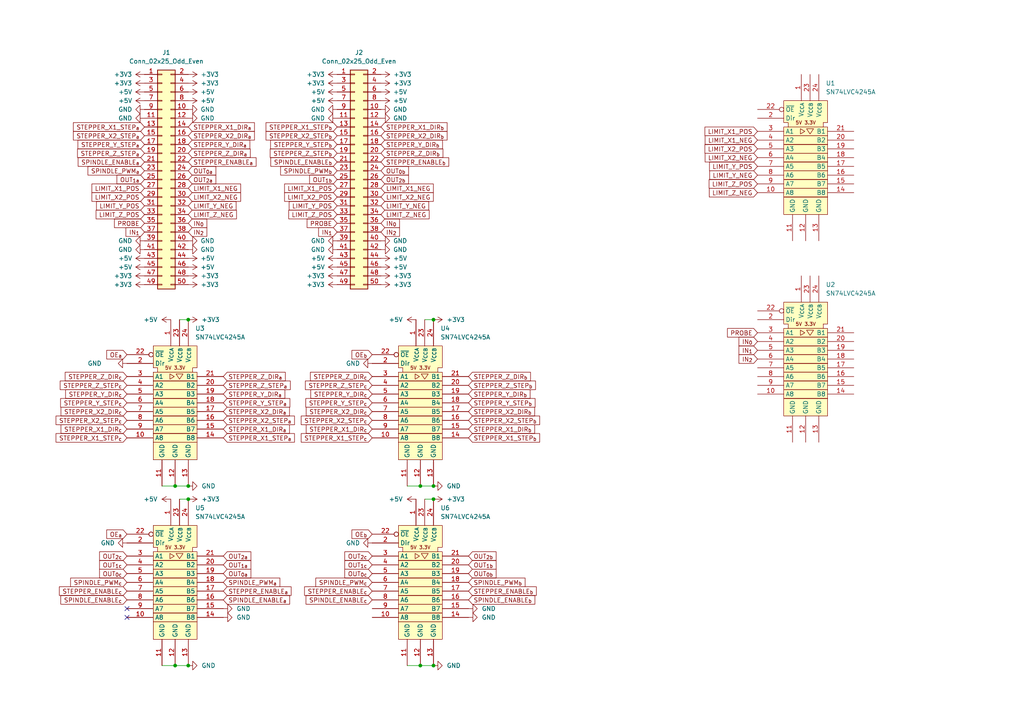
<source format=kicad_sch>
(kicad_sch (version 20211123) (generator eeschema)
  (paper "A4")
  (lib_symbols
    (symbol "Connector_Generic:Conn_02x25_Odd_Even" (pin_names (offset 1.016) hide)
      (property "Reference" "J" (at 1.27 33.02 0))
      (property "Value" "Conn_02x25_Odd_Even" (at 1.27 -33.02 0))
      (symbol "Conn_02x25_Odd_Even_1_1"
        (rectangle (start -1.27 -30.353) (end 0 -30.607) (stroke (width 0.1524)))
        (rectangle (start -1.27 -27.813) (end 0 -28.067) (stroke (width 0.1524)))
        (rectangle (start -1.27 -25.273) (end 0 -25.527) (stroke (width 0.1524)))
        (rectangle (start -1.27 -22.733) (end 0 -22.987) (stroke (width 0.1524)))
        (rectangle (start -1.27 -20.193) (end 0 -20.447) (stroke (width 0.1524)))
        (rectangle (start -1.27 -17.653) (end 0 -17.907) (stroke (width 0.1524)))
        (rectangle (start -1.27 -15.113) (end 0 -15.367) (stroke (width 0.1524)))
        (rectangle (start -1.27 -12.573) (end 0 -12.827) (stroke (width 0.1524)))
        (rectangle (start -1.27 -10.033) (end 0 -10.287) (stroke (width 0.1524)))
        (rectangle (start -1.27 -7.493) (end 0 -7.747) (stroke (width 0.1524)))
        (rectangle (start -1.27 -4.953) (end 0 -5.207) (stroke (width 0.1524)))
        (rectangle (start -1.27 -2.413) (end 0 -2.667) (stroke (width 0.1524)))
        (rectangle (start -1.27 0.127) (end 0 -0.127) (stroke (width 0.1524)))
        (rectangle (start -1.27 2.667) (end 0 2.413) (stroke (width 0.1524)))
        (rectangle (start -1.27 5.207) (end 0 4.953) (stroke (width 0.1524)))
        (rectangle (start -1.27 7.747) (end 0 7.493) (stroke (width 0.1524)))
        (rectangle (start -1.27 10.287) (end 0 10.033) (stroke (width 0.1524)))
        (rectangle (start -1.27 12.827) (end 0 12.573) (stroke (width 0.1524)))
        (rectangle (start -1.27 15.367) (end 0 15.113) (stroke (width 0.1524)))
        (rectangle (start -1.27 17.907) (end 0 17.653) (stroke (width 0.1524)))
        (rectangle (start -1.27 20.447) (end 0 20.193) (stroke (width 0.1524)))
        (rectangle (start -1.27 22.987) (end 0 22.733) (stroke (width 0.1524)))
        (rectangle (start -1.27 25.527) (end 0 25.273) (stroke (width 0.1524)))
        (rectangle (start -1.27 28.067) (end 0 27.813) (stroke (width 0.1524)))
        (rectangle (start -1.27 30.607) (end 0 30.353) (stroke (width 0.1524)))
        (rectangle (start -1.27 31.75) (end 3.81 -31.75) (stroke (width 0.254)) (fill (type background)))
        (rectangle (start 3.81 -30.353) (end 2.54 -30.607) (stroke (width 0.1524)))
        (rectangle (start 3.81 -27.813) (end 2.54 -28.067) (stroke (width 0.1524)))
        (rectangle (start 3.81 -25.273) (end 2.54 -25.527) (stroke (width 0.1524)))
        (rectangle (start 3.81 -22.733) (end 2.54 -22.987) (stroke (width 0.1524)))
        (rectangle (start 3.81 -20.193) (end 2.54 -20.447) (stroke (width 0.1524)))
        (rectangle (start 3.81 -17.653) (end 2.54 -17.907) (stroke (width 0.1524)))
        (rectangle (start 3.81 -15.113) (end 2.54 -15.367) (stroke (width 0.1524)))
        (rectangle (start 3.81 -12.573) (end 2.54 -12.827) (stroke (width 0.1524)))
        (rectangle (start 3.81 -10.033) (end 2.54 -10.287) (stroke (width 0.1524)))
        (rectangle (start 3.81 -7.493) (end 2.54 -7.747) (stroke (width 0.1524)))
        (rectangle (start 3.81 -4.953) (end 2.54 -5.207) (stroke (width 0.1524)))
        (rectangle (start 3.81 -2.413) (end 2.54 -2.667) (stroke (width 0.1524)))
        (rectangle (start 3.81 0.127) (end 2.54 -0.127) (stroke (width 0.1524)))
        (rectangle (start 3.81 2.667) (end 2.54 2.413) (stroke (width 0.1524)))
        (rectangle (start 3.81 5.207) (end 2.54 4.953) (stroke (width 0.1524)))
        (rectangle (start 3.81 7.747) (end 2.54 7.493) (stroke (width 0.1524)))
        (rectangle (start 3.81 10.287) (end 2.54 10.033) (stroke (width 0.1524)))
        (rectangle (start 3.81 12.827) (end 2.54 12.573) (stroke (width 0.1524)))
        (rectangle (start 3.81 15.367) (end 2.54 15.113) (stroke (width 0.1524)))
        (rectangle (start 3.81 17.907) (end 2.54 17.653) (stroke (width 0.1524)))
        (rectangle (start 3.81 20.447) (end 2.54 20.193) (stroke (width 0.1524)))
        (rectangle (start 3.81 22.987) (end 2.54 22.733) (stroke (width 0.1524)))
        (rectangle (start 3.81 25.527) (end 2.54 25.273) (stroke (width 0.1524)))
        (rectangle (start 3.81 28.067) (end 2.54 27.813) (stroke (width 0.1524)))
        (rectangle (start 3.81 30.607) (end 2.54 30.353) (stroke (width 0.1524)))
        (pin passive line (at -5.08 30.48 0) (length 3.81) (name "Pin_1") (number "1"))
        (pin passive line (at 7.62 20.32 180) (length 3.81) (name "Pin_10") (number "10"))
        (pin passive line (at -5.08 17.78 0) (length 3.81) (name "Pin_11") (number "11"))
        (pin passive line (at 7.62 17.78 180) (length 3.81) (name "Pin_12") (number "12"))
        (pin passive line (at -5.08 15.24 0) (length 3.81) (name "Pin_13") (number "13"))
        (pin passive line (at 7.62 15.24 180) (length 3.81) (name "Pin_14") (number "14"))
        (pin passive line (at -5.08 12.7 0) (length 3.81) (name "Pin_15") (number "15"))
        (pin passive line (at 7.62 12.7 180) (length 3.81) (name "Pin_16") (number "16"))
        (pin passive line (at -5.08 10.16 0) (length 3.81) (name "Pin_17") (number "17"))
        (pin passive line (at 7.62 10.16 180) (length 3.81) (name "Pin_18") (number "18"))
        (pin passive line (at -5.08 7.62 0) (length 3.81) (name "Pin_19") (number "19"))
        (pin passive line (at 7.62 30.48 180) (length 3.81) (name "Pin_2") (number "2"))
        (pin passive line (at 7.62 7.62 180) (length 3.81) (name "Pin_20") (number "20"))
        (pin passive line (at -5.08 5.08 0) (length 3.81) (name "Pin_21") (number "21"))
        (pin passive line (at 7.62 5.08 180) (length 3.81) (name "Pin_22") (number "22"))
        (pin passive line (at -5.08 2.54 0) (length 3.81) (name "Pin_23") (number "23"))
        (pin passive line (at 7.62 2.54 180) (length 3.81) (name "Pin_24") (number "24"))
        (pin passive line (at -5.08 0 0) (length 3.81) (name "Pin_25") (number "25"))
        (pin passive line (at 7.62 0 180) (length 3.81) (name "Pin_26") (number "26"))
        (pin passive line (at -5.08 -2.54 0) (length 3.81) (name "Pin_27") (number "27"))
        (pin passive line (at 7.62 -2.54 180) (length 3.81) (name "Pin_28") (number "28"))
        (pin passive line (at -5.08 -5.08 0) (length 3.81) (name "Pin_29") (number "29"))
        (pin passive line (at -5.08 27.94 0) (length 3.81) (name "Pin_3") (number "3"))
        (pin passive line (at 7.62 -5.08 180) (length 3.81) (name "Pin_30") (number "30"))
        (pin passive line (at -5.08 -7.62 0) (length 3.81) (name "Pin_31") (number "31"))
        (pin passive line (at 7.62 -7.62 180) (length 3.81) (name "Pin_32") (number "32"))
        (pin passive line (at -5.08 -10.16 0) (length 3.81) (name "Pin_33") (number "33"))
        (pin passive line (at 7.62 -10.16 180) (length 3.81) (name "Pin_34") (number "34"))
        (pin passive line (at -5.08 -12.7 0) (length 3.81) (name "Pin_35") (number "35"))
        (pin passive line (at 7.62 -12.7 180) (length 3.81) (name "Pin_36") (number "36"))
        (pin passive line (at -5.08 -15.24 0) (length 3.81) (name "Pin_37") (number "37"))
        (pin passive line (at 7.62 -15.24 180) (length 3.81) (name "Pin_38") (number "38"))
        (pin passive line (at -5.08 -17.78 0) (length 3.81) (name "Pin_39") (number "39"))
        (pin passive line (at 7.62 27.94 180) (length 3.81) (name "Pin_4") (number "4"))
        (pin passive line (at 7.62 -17.78 180) (length 3.81) (name "Pin_40") (number "40"))
        (pin passive line (at -5.08 -20.32 0) (length 3.81) (name "Pin_41") (number "41"))
        (pin passive line (at 7.62 -20.32 180) (length 3.81) (name "Pin_42") (number "42"))
        (pin passive line (at -5.08 -22.86 0) (length 3.81) (name "Pin_43") (number "43"))
        (pin passive line (at 7.62 -22.86 180) (length 3.81) (name "Pin_44") (number "44"))
        (pin passive line (at -5.08 -25.4 0) (length 3.81) (name "Pin_45") (number "45"))
        (pin passive line (at 7.62 -25.4 180) (length 3.81) (name "Pin_46") (number "46"))
        (pin passive line (at -5.08 -27.94 0) (length 3.81) (name "Pin_47") (number "47"))
        (pin passive line (at 7.62 -27.94 180) (length 3.81) (name "Pin_48") (number "48"))
        (pin passive line (at -5.08 -30.48 0) (length 3.81) (name "Pin_49") (number "49"))
        (pin passive line (at -5.08 25.4 0) (length 3.81) (name "Pin_5") (number "5"))
        (pin passive line (at 7.62 -30.48 180) (length 3.81) (name "Pin_50") (number "50"))
        (pin passive line (at 7.62 25.4 180) (length 3.81) (name "Pin_6") (number "6"))
        (pin passive line (at -5.08 22.86 0) (length 3.81) (name "Pin_7") (number "7"))
        (pin passive line (at 7.62 22.86 180) (length 3.81) (name "Pin_8") (number "8"))
        (pin passive line (at -5.08 20.32 0) (length 3.81) (name "Pin_9") (number "9"))
      )
    )
    (symbol "JLC:SN74LVC4245A"
      (property "Reference" "U?" (at 13.97 13.97 0))
      (property "Value" "SN74LVC4245A" (at 13.97 11.43 0))
      (symbol "SN74LVC4245A_0_0"
        (polyline (pts (xy -1.524 7.112) (xy -1.524 5.588) (xy -0.254 6.35) (xy -1.524 7.112) (xy -1.524 7.112)))
        (polyline (pts (xy 0.762 7.112) (xy 2.286 7.112) (xy 1.27 5.588) (xy 0.254 7.112) (xy 0.762 7.112) (xy 0.762 7.112)))
        (text "5V 3.3V" (at 0 8.89 0) (effects (font (size 1 1))))
      )
      (symbol "SN74LVC4245A_0_1"
        (rectangle (start -6.35 -12.7) (end 6.35 -17.78) (fill (type background)))
        (rectangle (start -6.35 -10.16) (end 6.35 -12.7) (fill (type background)))
        (rectangle (start -6.35 -7.62) (end 6.35 -10.16) (fill (type background)))
        (rectangle (start -6.35 -5.08) (end 6.35 -7.62) (fill (type background)))
        (rectangle (start -6.35 -2.54) (end 6.35 -5.08) (fill (type background)))
        (rectangle (start -6.35 0) (end 6.35 -2.54) (fill (type background)))
        (rectangle (start -6.35 2.54) (end 6.35 0) (fill (type background)))
        (rectangle (start -6.35 5.08) (end 6.35 2.54) (fill (type background)))
        (rectangle (start -6.35 7.62) (end 6.35 5.08) (fill (type background)))
        (polyline (pts (xy -5.08 7.62) (xy -5.08 8.89) (xy -6.35 8.89) (xy -6.35 15.24) (xy 6.35 15.24) (xy 6.35 8.89) (xy 5.08 8.89) (xy 5.08 7.62) (xy 5.08 7.62)) (fill (type background)))
      )
      (symbol "SN74LVC4245A_1_0"
        (pin power_in line (at -1.27 22.86 270) (length 7.62) (name "V_{CCA}") (number "1"))
        (pin bidirectional line (at -13.97 -11.43 0) (length 7.62) (name "A8") (number "10"))
        (pin power_out line (at -3.81 -25.4 90) (length 7.62) (name "GND") (number "11"))
        (pin power_out line (at 0 -25.4 90) (length 7.62) (name "GND") (number "12"))
        (pin power_out line (at 3.81 -25.4 90) (length 7.62) (name "GND") (number "13"))
        (pin bidirectional line (at 13.97 -11.43 180) (length 7.62) (name "B8") (number "14"))
        (pin bidirectional line (at 13.97 -8.89 180) (length 7.62) (name "B7") (number "15"))
        (pin bidirectional line (at 13.97 -6.35 180) (length 7.62) (name "B6") (number "16"))
        (pin bidirectional line (at 13.97 -3.81 180) (length 7.62) (name "B5") (number "17"))
        (pin bidirectional line (at 13.97 -1.27 180) (length 7.62) (name "B4") (number "18"))
        (pin bidirectional line (at 13.97 1.27 180) (length 7.62) (name "B3") (number "19"))
        (pin input line (at -13.97 10.16 0) (length 7.62) (name "Dir") (number "2"))
        (pin bidirectional line (at 13.97 3.81 180) (length 7.62) (name "B2") (number "20"))
        (pin bidirectional line (at 13.97 6.35 180) (length 7.62) (name "B1") (number "21"))
        (pin input inverted (at -13.97 12.7 0) (length 7.62) (name "~{OE}") (number "22"))
        (pin power_in line (at 1.27 22.86 270) (length 7.62) (name "V_{CCB}") (number "23"))
        (pin power_in line (at 3.81 22.86 270) (length 7.62) (name "V_{CCB}") (number "24"))
        (pin bidirectional line (at -13.97 6.35 0) (length 7.62) (name "A1") (number "3"))
        (pin bidirectional line (at -13.97 3.81 0) (length 7.62) (name "A2") (number "4"))
        (pin bidirectional line (at -13.97 1.27 0) (length 7.62) (name "A3") (number "5"))
        (pin bidirectional line (at -13.97 -1.27 0) (length 7.62) (name "A4") (number "6"))
        (pin bidirectional line (at -13.97 -3.81 0) (length 7.62) (name "A5") (number "7"))
        (pin bidirectional line (at -13.97 -6.35 0) (length 7.62) (name "A6") (number "8"))
        (pin bidirectional line (at -13.97 -8.89 0) (length 7.62) (name "A7") (number "9"))
      )
    )
    (symbol "power:+3V3" (power) (pin_names (offset 0))
      (property "Value" "+3V3" (at 0 3.556 0))
      (symbol "+3V3_0_1"
        (polyline (pts (xy -0.762 1.27) (xy 0 2.54)))
        (polyline (pts (xy 0 0) (xy 0 2.54)))
        (polyline (pts (xy 0 2.54) (xy 0.762 1.27)))
      )
      (symbol "+3V3_1_1"
        (pin power_in line (at 0 0 90) (length 0) hide (name "+3V3") (number "1"))
      )
    )
    (symbol "power:+5V" (power) (pin_names (offset 0))
      (property "Value" "+5V" (at 0 3.556 0))
      (symbol "+5V_0_1"
        (polyline (pts (xy -0.762 1.27) (xy 0 2.54)))
        (polyline (pts (xy 0 0) (xy 0 2.54)))
        (polyline (pts (xy 0 2.54) (xy 0.762 1.27)))
      )
      (symbol "+5V_1_1"
        (pin power_in line (at 0 0 90) (length 0) hide (name "+5V") (number "1"))
      )
    )
    (symbol "power:GND" (power) (pin_names (offset 0))
      (property "Value" "GND" (at 0 -3.81 0))
      (symbol "GND_0_1"
        (polyline (pts (xy 0 0) (xy 0 -1.27) (xy 1.27 -1.27) (xy 0 -2.54) (xy -1.27 -1.27) (xy 0 -1.27)))
      )
      (symbol "GND_1_1"
        (pin power_in line (at 0 0 270) (length 0) hide (name "GND") (number "1"))
      )
    )
  )
  (junction (at 121.92 193.04))
  (junction (at 125.73 140.97))
  (junction (at 125.73 144.78))
  (junction (at 125.73 92.71))
  (junction (at 54.61 92.71))
  (junction (at 54.61 140.97))
  (junction (at 54.61 144.78))
  (junction (at 50.8 193.04))
  (junction (at 125.73 193.04))
  (junction (at 121.92 140.97))
  (junction (at 54.61 193.04))
  (junction (at 50.8 140.97))
  (no_connect (at 36.83 176.53))
  (no_connect (at 36.83 179.07))
  (wire (pts (xy 50.8 193.04) (xy 54.61 193.04)))
  (wire (pts (xy 46.99 140.97) (xy 50.8 140.97)))
  (wire (pts (xy 121.92 140.97) (xy 125.73 140.97)))
  (wire (pts (xy 118.11 140.97) (xy 121.92 140.97)))
  (wire (pts (xy 121.92 193.04) (xy 118.11 193.04)))
  (wire (pts (xy 121.92 193.04) (xy 125.73 193.04)))
  (wire (pts (xy 50.8 193.04) (xy 46.99 193.04)))
  (wire (pts (xy 52.07 92.71) (xy 54.61 92.71)))
  (wire (pts (xy 52.07 144.78) (xy 54.61 144.78)))
  (wire (pts (xy 123.19 92.71) (xy 125.73 92.71)))
  (wire (pts (xy 50.8 140.97) (xy 54.61 140.97)))
  (wire (pts (xy 123.19 144.78) (xy 125.73 144.78)))
  (global_label "LIMIT_Z_POS" (shape input) (at 219.71 53.34 180) (property "Intersheet References" "${INTERSHEET_REFS}" (effects hide)))
  (global_label "OUT_{2}_{b}" (shape input) (at 110.49 52.07 0) (property "Intersheet References" "${INTERSHEET_REFS}" (effects hide)))
  (global_label "IN_{1}" (shape input) (at 41.91 67.31 180) (property "Intersheet References" "${INTERSHEET_REFS}" (effects hide)))
  (global_label "LIMIT_X2_NEG" (shape input) (at 219.71 45.72 180) (property "Intersheet References" "${INTERSHEET_REFS}" (effects hide)))
  (global_label "STEPPER_Z_STEP_{b}" (shape input) (at 97.79 44.45 180) (property "Intersheet References" "${INTERSHEET_REFS}" (effects hide)))
  (global_label "OUT_{0}_{c}" (shape input) (at 36.83 166.37 180) (property "Intersheet References" "${INTERSHEET_REFS}" (effects hide)))
  (global_label "OUT_{2}_{a}" (shape input) (at 54.61 52.07 0) (property "Intersheet References" "${INTERSHEET_REFS}" (effects hide)))
  (global_label "STEPPER_Y_DIR_{a}" (shape input) (at 64.77 114.3 0) (property "Intersheet References" "${INTERSHEET_REFS}" (effects hide)))
  (global_label "SPINDLE_PWM_{a}" (shape input) (at 41.91 49.53 180) (property "Intersheet References" "${INTERSHEET_REFS}" (effects hide)))
  (global_label "OUT_{1}_{a}" (shape input) (at 41.91 52.07 180) (property "Intersheet References" "${INTERSHEET_REFS}" (effects hide)))
  (global_label "LIMIT_X2_POS" (shape input) (at 97.79 57.15 180) (property "Intersheet References" "${INTERSHEET_REFS}" (effects hide)))
  (global_label "STEPPER_Y_STEP_{b}" (shape input) (at 97.79 41.91 180) (property "Intersheet References" "${INTERSHEET_REFS}" (effects hide)))
  (global_label "STEPPER_X1_STEP_{c}" (shape input) (at 36.83 127 180) (property "Intersheet References" "${INTERSHEET_REFS}" (effects hide)))
  (global_label "STEPPER_X2_DIR_{a}" (shape input) (at 54.61 39.37 0) (property "Intersheet References" "${INTERSHEET_REFS}" (effects hide)))
  (global_label "OUT_{1}_{b}" (shape input) (at 135.89 163.83 0) (property "Intersheet References" "${INTERSHEET_REFS}" (effects hide)))
  (global_label "LIMIT_X1_POS" (shape input) (at 219.71 38.1 180) (property "Intersheet References" "${INTERSHEET_REFS}" (effects hide)))
  (global_label "STEPPER_X1_DIR_{b}" (shape input) (at 135.89 124.46 0) (property "Intersheet References" "${INTERSHEET_REFS}" (effects hide)))
  (global_label "LIMIT_X2_NEG" (shape input) (at 110.49 57.15 0) (property "Intersheet References" "${INTERSHEET_REFS}" (effects hide)))
  (global_label "LIMIT_Y_POS" (shape input) (at 219.71 48.26 180) (property "Intersheet References" "${INTERSHEET_REFS}" (effects hide)))
  (global_label "LIMIT_Y_NEG" (shape input) (at 219.71 50.8 180) (property "Intersheet References" "${INTERSHEET_REFS}" (effects hide)))
  (global_label "STEPPER_Y_DIR_{b}" (shape input) (at 110.49 41.91 0) (property "Intersheet References" "${INTERSHEET_REFS}" (effects hide)))
  (global_label "LIMIT_Y_POS" (shape input) (at 41.91 59.69 180) (property "Intersheet References" "${INTERSHEET_REFS}" (effects hide)))
  (global_label "OUT_{1}_{c}" (shape input) (at 36.83 163.83 180) (property "Intersheet References" "${INTERSHEET_REFS}" (effects hide)))
  (global_label "PROBE" (shape input) (at 41.91 64.77 180) (property "Intersheet References" "${INTERSHEET_REFS}" (effects hide)))
  (global_label "LIMIT_X1_NEG" (shape input) (at 110.49 54.61 0) (property "Intersheet References" "${INTERSHEET_REFS}" (effects hide)))
  (global_label "STEPPER_X1_STEP_{a}" (shape input) (at 64.77 127 0) (property "Intersheet References" "${INTERSHEET_REFS}" (effects hide)))
  (global_label "SPINDLE_PWM_{b}" (shape input) (at 135.89 168.91 0) (property "Intersheet References" "${INTERSHEET_REFS}" (effects hide)))
  (global_label "STEPPER_Y_STEP_{a}" (shape input) (at 64.77 116.84 0) (property "Intersheet References" "${INTERSHEET_REFS}" (effects hide)))
  (global_label "OE_{b}" (shape input) (at 107.95 102.87 180) (property "Intersheet References" "${INTERSHEET_REFS}" (effects hide)))
  (global_label "STEPPER_X1_STEP_{c}" (shape input) (at 107.95 127 180) (property "Intersheet References" "${INTERSHEET_REFS}" (effects hide)))
  (global_label "LIMIT_Y_POS" (shape input) (at 97.79 59.69 180) (property "Intersheet References" "${INTERSHEET_REFS}" (effects hide)))
  (global_label "OE_{b}" (shape input) (at 107.95 154.94 180) (property "Intersheet References" "${INTERSHEET_REFS}" (effects hide)))
  (global_label "STEPPER_Z_STEP_{b}" (shape input) (at 135.89 111.76 0) (property "Intersheet References" "${INTERSHEET_REFS}" (effects hide)))
  (global_label "STEPPER_ENABLE_{b}" (shape input) (at 135.89 171.45 0) (property "Intersheet References" "${INTERSHEET_REFS}" (effects hide)))
  (global_label "STEPPER_X2_STEP_{b}" (shape input) (at 97.79 39.37 180) (property "Intersheet References" "${INTERSHEET_REFS}" (effects hide)))
  (global_label "STEPPER_X1_DIR_{a}" (shape input) (at 54.61 36.83 0) (property "Intersheet References" "${INTERSHEET_REFS}" (effects hide)))
  (global_label "SPINDLE_PWM_{c}" (shape input) (at 107.95 168.91 180) (property "Intersheet References" "${INTERSHEET_REFS}" (effects hide)))
  (global_label "STEPPER_Z_DIR_{c}" (shape input) (at 107.95 109.22 180) (property "Intersheet References" "${INTERSHEET_REFS}" (effects hide)))
  (global_label "OUT_{0}_{b}" (shape input) (at 110.49 49.53 0) (property "Intersheet References" "${INTERSHEET_REFS}" (effects hide)))
  (global_label "STEPPER_X2_STEP_{c}" (shape input) (at 107.95 121.92 180) (property "Intersheet References" "${INTERSHEET_REFS}" (effects hide)))
  (global_label "IN_{0}" (shape input) (at 110.49 64.77 0) (property "Intersheet References" "${INTERSHEET_REFS}" (effects hide)))
  (global_label "STEPPER_X2_DIR_{c}" (shape input) (at 107.95 119.38 180) (property "Intersheet References" "${INTERSHEET_REFS}" (effects hide)))
  (global_label "STEPPER_Z_DIR_{a}" (shape input) (at 64.77 109.22 0) (property "Intersheet References" "${INTERSHEET_REFS}" (effects hide)))
  (global_label "STEPPER_Y_STEP_{c}" (shape input) (at 107.95 116.84 180) (property "Intersheet References" "${INTERSHEET_REFS}" (effects hide)))
  (global_label "IN_{1}" (shape input) (at 219.71 101.6 180) (property "Intersheet References" "${INTERSHEET_REFS}" (effects hide)))
  (global_label "LIMIT_X2_POS" (shape input) (at 219.71 43.18 180) (property "Intersheet References" "${INTERSHEET_REFS}" (effects hide)))
  (global_label "STEPPER_Y_STEP_{b}" (shape input) (at 135.89 116.84 0) (property "Intersheet References" "${INTERSHEET_REFS}" (effects hide)))
  (global_label "STEPPER_X2_DIR_{b}" (shape input) (at 135.89 119.38 0) (property "Intersheet References" "${INTERSHEET_REFS}" (effects hide)))
  (global_label "STEPPER_X2_DIR_{c}" (shape input) (at 36.83 119.38 180) (property "Intersheet References" "${INTERSHEET_REFS}" (effects hide)))
  (global_label "LIMIT_Y_NEG" (shape input) (at 110.49 59.69 0) (property "Intersheet References" "${INTERSHEET_REFS}" (effects hide)))
  (global_label "STEPPER_ENABLE_{c}" (shape input) (at 107.95 171.45 180) (property "Intersheet References" "${INTERSHEET_REFS}" (effects hide)))
  (global_label "STEPPER_Y_STEP_{a}" (shape input) (at 41.91 41.91 180) (property "Intersheet References" "${INTERSHEET_REFS}" (effects hide)))
  (global_label "OUT_{1}_{c}" (shape input) (at 107.95 163.83 180) (property "Intersheet References" "${INTERSHEET_REFS}" (effects hide)))
  (global_label "IN_{0}" (shape input) (at 219.71 99.06 180) (property "Intersheet References" "${INTERSHEET_REFS}" (effects hide)))
  (global_label "STEPPER_Z_DIR_{a}" (shape input) (at 54.61 44.45 0) (property "Intersheet References" "${INTERSHEET_REFS}" (effects hide)))
  (global_label "IN_{2}" (shape input) (at 110.49 67.31 0) (property "Intersheet References" "${INTERSHEET_REFS}" (effects hide)))
  (global_label "OE_{a}" (shape input) (at 36.83 102.87 180) (property "Intersheet References" "${INTERSHEET_REFS}" (effects hide)))
  (global_label "OUT_{2}_{a}" (shape input) (at 64.77 161.29 0) (property "Intersheet References" "${INTERSHEET_REFS}" (effects hide)))
  (global_label "IN_{1}" (shape input) (at 97.79 67.31 180) (property "Intersheet References" "${INTERSHEET_REFS}" (effects hide)))
  (global_label "STEPPER_X2_DIR_{a}" (shape input) (at 64.77 119.38 0) (property "Intersheet References" "${INTERSHEET_REFS}" (effects hide)))
  (global_label "STEPPER_X1_DIR_{c}" (shape input) (at 36.83 124.46 180) (property "Intersheet References" "${INTERSHEET_REFS}" (effects hide)))
  (global_label "PROBE" (shape input) (at 219.71 96.52 180) (property "Intersheet References" "${INTERSHEET_REFS}" (effects hide)))
  (global_label "OUT_{0}_{c}" (shape input) (at 107.95 166.37 180) (property "Intersheet References" "${INTERSHEET_REFS}" (effects hide)))
  (global_label "OUT_{0}_{a}" (shape input) (at 64.77 166.37 0) (property "Intersheet References" "${INTERSHEET_REFS}" (effects hide)))
  (global_label "STEPPER_Z_STEP_{a}" (shape input) (at 41.91 44.45 180) (property "Intersheet References" "${INTERSHEET_REFS}" (effects hide)))
  (global_label "STEPPER_X1_DIR_{a}" (shape input) (at 64.77 124.46 0) (property "Intersheet References" "${INTERSHEET_REFS}" (effects hide)))
  (global_label "STEPPER_Z_STEP_{c}" (shape input) (at 107.95 111.76 180) (property "Intersheet References" "${INTERSHEET_REFS}" (effects hide)))
  (global_label "IN_{0}" (shape input) (at 54.61 64.77 0) (property "Intersheet References" "${INTERSHEET_REFS}" (effects hide)))
  (global_label "LIMIT_X2_NEG" (shape input) (at 54.61 57.15 0) (property "Intersheet References" "${INTERSHEET_REFS}" (effects hide)))
  (global_label "LIMIT_X1_POS" (shape input) (at 97.79 54.61 180) (property "Intersheet References" "${INTERSHEET_REFS}" (effects hide)))
  (global_label "STEPPER_ENABLE_{a}" (shape input) (at 64.77 171.45 0) (property "Intersheet References" "${INTERSHEET_REFS}" (effects hide)))
  (global_label "STEPPER_X1_STEP_{b}" (shape input) (at 97.79 36.83 180) (property "Intersheet References" "${INTERSHEET_REFS}" (effects hide)))
  (global_label "STEPPER_X1_STEP_{a}" (shape input) (at 41.91 36.83 180) (property "Intersheet References" "${INTERSHEET_REFS}" (effects hide)))
  (global_label "LIMIT_Z_POS" (shape input) (at 41.91 62.23 180) (property "Intersheet References" "${INTERSHEET_REFS}" (effects hide)))
  (global_label "SPINDLE_PWM_{a}" (shape input) (at 64.77 168.91 0) (property "Intersheet References" "${INTERSHEET_REFS}" (effects hide)))
  (global_label "STEPPER_Y_DIR_{c}" (shape input) (at 107.95 114.3 180) (property "Intersheet References" "${INTERSHEET_REFS}" (effects hide)))
  (global_label "STEPPER_Y_DIR_{c}" (shape input) (at 36.83 114.3 180) (property "Intersheet References" "${INTERSHEET_REFS}" (effects hide)))
  (global_label "STEPPER_Y_DIR_{b}" (shape input) (at 135.89 114.3 0) (property "Intersheet References" "${INTERSHEET_REFS}" (effects hide)))
  (global_label "OUT_{2}_{c}" (shape input) (at 107.95 161.29 180) (property "Intersheet References" "${INTERSHEET_REFS}" (effects hide)))
  (global_label "STEPPER_Z_DIR_{b}" (shape input) (at 135.89 109.22 0) (property "Intersheet References" "${INTERSHEET_REFS}" (effects hide)))
  (global_label "OE_{a}" (shape input) (at 36.83 154.94 180) (property "Intersheet References" "${INTERSHEET_REFS}" (effects hide)))
  (global_label "STEPPER_ENABLE_{a}" (shape input) (at 54.61 46.99 0) (property "Intersheet References" "${INTERSHEET_REFS}" (effects hide)))
  (global_label "STEPPER_Z_DIR_{b}" (shape input) (at 110.49 44.45 0) (property "Intersheet References" "${INTERSHEET_REFS}" (effects hide)))
  (global_label "LIMIT_X1_POS" (shape input) (at 41.91 54.61 180) (property "Intersheet References" "${INTERSHEET_REFS}" (effects hide)))
  (global_label "OUT_{0}_{b}" (shape input) (at 135.89 166.37 0) (property "Intersheet References" "${INTERSHEET_REFS}" (effects hide)))
  (global_label "SPINDLE_PWM_{c}" (shape input) (at 36.83 168.91 180) (property "Intersheet References" "${INTERSHEET_REFS}" (effects hide)))
  (global_label "LIMIT_Y_NEG" (shape input) (at 54.61 59.69 0) (property "Intersheet References" "${INTERSHEET_REFS}" (effects hide)))
  (global_label "SPINDLE_ENABLE_{a}" (shape input) (at 41.91 46.99 180) (property "Intersheet References" "${INTERSHEET_REFS}" (effects hide)))
  (global_label "PROBE" (shape input) (at 97.79 64.77 180) (property "Intersheet References" "${INTERSHEET_REFS}" (effects hide)))
  (global_label "OUT_{2}_{c}" (shape input) (at 36.83 161.29 180) (property "Intersheet References" "${INTERSHEET_REFS}" (effects hide)))
  (global_label "STEPPER_X2_STEP_{b}" (shape input) (at 135.89 121.92 0) (property "Intersheet References" "${INTERSHEET_REFS}" (effects hide)))
  (global_label "STEPPER_X1_DIR_{b}" (shape input) (at 110.49 36.83 0) (property "Intersheet References" "${INTERSHEET_REFS}" (effects hide)))
  (global_label "STEPPER_X2_STEP_{a}" (shape input) (at 41.91 39.37 180) (property "Intersheet References" "${INTERSHEET_REFS}" (effects hide)))
  (global_label "SPINDLE_PWM_{b}" (shape input) (at 97.79 49.53 180) (property "Intersheet References" "${INTERSHEET_REFS}" (effects hide)))
  (global_label "STEPPER_Y_DIR_{a}" (shape input) (at 54.61 41.91 0) (property "Intersheet References" "${INTERSHEET_REFS}" (effects hide)))
  (global_label "STEPPER_Z_STEP_{a}" (shape input) (at 64.77 111.76 0) (property "Intersheet References" "${INTERSHEET_REFS}" (effects hide)))
  (global_label "LIMIT_Z_NEG" (shape input) (at 110.49 62.23 0) (property "Intersheet References" "${INTERSHEET_REFS}" (effects hide)))
  (global_label "LIMIT_X2_POS" (shape input) (at 41.91 57.15 180) (property "Intersheet References" "${INTERSHEET_REFS}" (effects hide)))
  (global_label "STEPPER_X1_DIR_{c}" (shape input) (at 107.95 124.46 180) (property "Intersheet References" "${INTERSHEET_REFS}" (effects hide)))
  (global_label "STEPPER_X2_STEP_{a}" (shape input) (at 64.77 121.92 0) (property "Intersheet References" "${INTERSHEET_REFS}" (effects hide)))
  (global_label "SPINDLE_ENABLE_{c}" (shape input) (at 107.95 173.99 180) (property "Intersheet References" "${INTERSHEET_REFS}" (effects hide)))
  (global_label "SPINDLE_ENABLE_{a}" (shape input) (at 64.77 173.99 0) (property "Intersheet References" "${INTERSHEET_REFS}" (effects hide)))
  (global_label "IN_{2}" (shape input) (at 219.71 104.14 180) (property "Intersheet References" "${INTERSHEET_REFS}" (effects hide)))
  (global_label "OUT_{2}_{b}" (shape input) (at 135.89 161.29 0) (property "Intersheet References" "${INTERSHEET_REFS}" (effects hide)))
  (global_label "STEPPER_Z_STEP_{c}" (shape input) (at 36.83 111.76 180) (property "Intersheet References" "${INTERSHEET_REFS}" (effects hide)))
  (global_label "LIMIT_X1_NEG" (shape input) (at 54.61 54.61 0) (property "Intersheet References" "${INTERSHEET_REFS}" (effects hide)))
  (global_label "STEPPER_Y_STEP_{c}" (shape input) (at 36.83 116.84 180) (property "Intersheet References" "${INTERSHEET_REFS}" (effects hide)))
  (global_label "STEPPER_ENABLE_{b}" (shape input) (at 110.49 46.99 0) (property "Intersheet References" "${INTERSHEET_REFS}" (effects hide)))
  (global_label "SPINDLE_ENABLE_{c}" (shape input) (at 36.83 173.99 180) (property "Intersheet References" "${INTERSHEET_REFS}" (effects hide)))
  (global_label "STEPPER_X2_DIR_{b}" (shape input) (at 110.49 39.37 0) (property "Intersheet References" "${INTERSHEET_REFS}" (effects hide)))
  (global_label "SPINDLE_ENABLE_{b}" (shape input) (at 135.89 173.99 0) (property "Intersheet References" "${INTERSHEET_REFS}" (effects hide)))
  (global_label "STEPPER_ENABLE_{c}" (shape input) (at 36.83 171.45 180) (property "Intersheet References" "${INTERSHEET_REFS}" (effects hide)))
  (global_label "OUT_{1}_{b}" (shape input) (at 97.79 52.07 180) (property "Intersheet References" "${INTERSHEET_REFS}" (effects hide)))
  (global_label "LIMIT_Z_NEG" (shape input) (at 219.71 55.88 180) (property "Intersheet References" "${INTERSHEET_REFS}" (effects hide)))
  (global_label "STEPPER_X2_STEP_{c}" (shape input) (at 36.83 121.92 180) (property "Intersheet References" "${INTERSHEET_REFS}" (effects hide)))
  (global_label "LIMIT_Z_POS" (shape input) (at 97.79 62.23 180) (property "Intersheet References" "${INTERSHEET_REFS}" (effects hide)))
  (global_label "OUT_{1}_{a}" (shape input) (at 64.77 163.83 0) (property "Intersheet References" "${INTERSHEET_REFS}" (effects hide)))
  (global_label "OUT_{0}_{a}" (shape input) (at 54.61 49.53 0) (property "Intersheet References" "${INTERSHEET_REFS}" (effects hide)))
  (global_label "LIMIT_Z_NEG" (shape input) (at 54.61 62.23 0) (property "Intersheet References" "${INTERSHEET_REFS}" (effects hide)))
  (global_label "STEPPER_Z_DIR_{c}" (shape input) (at 36.83 109.22 180) (property "Intersheet References" "${INTERSHEET_REFS}" (effects hide)))
  (global_label "STEPPER_X1_STEP_{b}" (shape input) (at 135.89 127 0) (property "Intersheet References" "${INTERSHEET_REFS}" (effects hide)))
  (global_label "IN_{2}" (shape input) (at 54.61 67.31 0) (property "Intersheet References" "${INTERSHEET_REFS}" (effects hide)))
  (global_label "LIMIT_X1_NEG" (shape input) (at 219.71 40.64 180) (property "Intersheet References" "${INTERSHEET_REFS}" (effects hide)))
  (global_label "SPINDLE_ENABLE_{b}" (shape input) (at 97.79 46.99 180) (property "Intersheet References" "${INTERSHEET_REFS}" (effects hide)))
  (symbol (lib_id "power:+3V3") (at 125.73 144.78 270) (unit 1)
    (property "Reference" "#PWR060" (effects hide))
    (property "Value" "+3V3" (at 129.54 144.7799 90) (effects (justify left)))
  )
  (symbol (lib_id "power:+5V") (at 49.53 144.78 90) (unit 1)
    (property "Reference" "#PWR057" (effects hide))
    (property "Value" "+5V" (at 45.72 144.7799 90) (effects (justify left)))
  )
  (symbol (lib_id "power:GND") (at 64.77 176.53 90) (unit 1)
    (property "Reference" "#PWR0103" (effects hide))
    (property "Value" "GND" (at 68.58 176.5299 90) (effects (justify right)))
  )
  (symbol (lib_id "power:GND") (at 135.89 176.53 90) (unit 1)
    (property "Reference" "#PWR0101" (effects hide))
    (property "Value" "GND" (at 139.7 176.5299 90) (effects (justify right)))
  )
  (symbol (lib_id "power:+5V") (at 110.49 29.21 270) (unit 1)
    (property "Reference" "#PWR016" (effects hide))
    (property "Value" "+5V" (at 118.11 29.21 90) (effects (justify right)))
  )
  (symbol (lib_id "power:GND") (at 135.89 179.07 90) (unit 1)
    (property "Reference" "#PWR0102" (effects hide))
    (property "Value" "GND" (at 139.7 179.0699 90) (effects (justify right)))
  )
  (symbol (lib_id "power:+3V3") (at 110.49 24.13 270) (unit 1)
    (property "Reference" "#PWR08" (effects hide))
    (property "Value" "+3V3" (at 119.38 24.13 90) (effects (justify right)))
  )
  (symbol (lib_id "power:GND") (at 110.49 72.39 90) (unit 1)
    (property "Reference" "#PWR032" (effects hide))
    (property "Value" "GND" (at 118.11 72.39 90) (effects (justify left)))
  )
  (symbol (lib_id "power:+3V3") (at 41.91 80.01 90) (unit 1)
    (property "Reference" "#PWR041" (effects hide))
    (property "Value" "+3V3" (at 33.02 80.01 90) (effects (justify right)))
  )
  (symbol (lib_id "power:GND") (at 110.49 34.29 90) (unit 1)
    (property "Reference" "#PWR024" (effects hide))
    (property "Value" "GND" (at 118.11 34.29 90) (effects (justify left)))
  )
  (symbol (lib_id "power:+3V3") (at 41.91 21.59 90) (unit 1)
    (property "Reference" "#PWR01" (effects hide))
    (property "Value" "+3V3" (at 33.02 21.59 90) (effects (justify right)))
  )
  (symbol (lib_id "JLC:SN74LVC4245A") (at 50.8 115.57 0) (unit 1)
    (property "Reference" "U3" (at 56.6294 95.25 0) (effects (justify left)))
    (property "Value" "SN74LVC4245A" (at 56.6294 97.79 0) (effects (justify left)))
    (property "Footprint" "Package_SO:TSSOP-24_4.4x7.8mm_P0.65mm" (effects hide))
    (property "Datasheet" "https://datasheet.lcsc.com/lcsc/1809192324_Texas-Instruments-SN74LVC4245APWR_C7859.pdf" (effects hide))
  )
  (symbol (lib_id "power:GND") (at 36.83 105.41 270) (unit 1)
    (property "Reference" "#PWR053" (effects hide))
    (property "Value" "GND" (at 25.4 105.41 90) (effects (justify left)))
  )
  (symbol (lib_id "power:GND") (at 41.91 34.29 270) (unit 1)
    (property "Reference" "#PWR021" (effects hide))
    (property "Value" "GND" (at 34.29 34.29 90) (effects (justify left)))
  )
  (symbol (lib_id "Connector_Generic:Conn_02x25_Odd_Even") (at 46.99 52.07 0) (unit 1)
    (property "Reference" "J1" (at 48.26 15.24 0))
    (property "Value" "Conn_02x25_Odd_Even" (at 48.26 17.78 0))
    (property "Footprint" "Connector_PinSocket_2.54mm:PinSocket_2x25_P2.54mm_Vertical" (effects hide))
  )
  (symbol (lib_id "power:GND") (at 97.79 34.29 270) (unit 1)
    (property "Reference" "#PWR023" (effects hide))
    (property "Value" "GND" (at 90.17 34.29 90) (effects (justify left)))
  )
  (symbol (lib_id "JLC:SN74LVC4245A") (at 50.8 167.64 0) (unit 1)
    (property "Reference" "U5" (at 56.6294 147.32 0) (effects (justify left)))
    (property "Value" "SN74LVC4245A" (at 56.6294 149.86 0) (effects (justify left)))
    (property "Footprint" "Package_SO:TSSOP-24_4.4x7.8mm_P0.65mm" (effects hide))
    (property "Datasheet" "https://datasheet.lcsc.com/lcsc/1809192324_Texas-Instruments-SN74LVC4245APWR_C7859.pdf" (effects hide))
  )
  (symbol (lib_id "power:+3V3") (at 41.91 24.13 90) (unit 1)
    (property "Reference" "#PWR05" (effects hide))
    (property "Value" "+3V3" (at 33.02 24.13 90) (effects (justify right)))
  )
  (symbol (lib_id "power:+5V") (at 54.61 74.93 270) (unit 1)
    (property "Reference" "#PWR034" (effects hide))
    (property "Value" "+5V" (at 62.23 74.93 90) (effects (justify right)))
  )
  (symbol (lib_id "power:+5V") (at 120.65 92.71 90) (unit 1)
    (property "Reference" "#PWR051" (effects hide))
    (property "Value" "+5V" (at 116.84 92.7099 90) (effects (justify left)))
  )
  (symbol (lib_id "JLC:SN74LVC4245A") (at 233.68 44.45 0) (unit 1)
    (property "Reference" "U1" (at 239.5094 24.13 0) (effects (justify left)))
    (property "Value" "SN74LVC4245A" (at 239.5094 26.67 0) (effects (justify left)))
    (property "Footprint" "Package_SO:TSSOP-24_4.4x7.8mm_P0.65mm" (effects hide))
    (property "Datasheet" "https://datasheet.lcsc.com/lcsc/1809192324_Texas-Instruments-SN74LVC4245APWR_C7859.pdf" (effects hide))
  )
  (symbol (lib_id "power:+3V3") (at 110.49 21.59 270) (unit 1)
    (property "Reference" "#PWR04" (effects hide))
    (property "Value" "+3V3" (at 119.38 21.59 90) (effects (justify right)))
  )
  (symbol (lib_id "JLC:SN74LVC4245A") (at 121.92 115.57 0) (unit 1)
    (property "Reference" "U4" (at 127.7494 95.25 0) (effects (justify left)))
    (property "Value" "SN74LVC4245A" (at 127.7494 97.79 0) (effects (justify left)))
    (property "Footprint" "Package_SO:TSSOP-24_4.4x7.8mm_P0.65mm" (effects hide))
    (property "Datasheet" "https://datasheet.lcsc.com/lcsc/1809192324_Texas-Instruments-SN74LVC4245APWR_C7859.pdf" (effects hide))
  )
  (symbol (lib_id "power:GND") (at 110.49 69.85 90) (unit 1)
    (property "Reference" "#PWR028" (effects hide))
    (property "Value" "GND" (at 118.11 69.85 90) (effects (justify left)))
  )
  (symbol (lib_id "power:+5V") (at 97.79 29.21 90) (unit 1)
    (property "Reference" "#PWR015" (effects hide))
    (property "Value" "+5V" (at 90.17 29.21 90) (effects (justify right)))
  )
  (symbol (lib_id "JLC:SN74LVC4245A") (at 233.68 102.87 0) (unit 1)
    (property "Reference" "U2" (at 239.5094 82.55 0) (effects (justify left)))
    (property "Value" "SN74LVC4245A" (at 239.5094 85.09 0) (effects (justify left)))
    (property "Footprint" "Package_SO:TSSOP-24_4.4x7.8mm_P0.65mm" (effects hide))
    (property "Datasheet" "https://datasheet.lcsc.com/lcsc/1809192324_Texas-Instruments-SN74LVC4245APWR_C7859.pdf" (effects hide))
  )
  (symbol (lib_id "power:+5V") (at 54.61 77.47 270) (unit 1)
    (property "Reference" "#PWR038" (effects hide))
    (property "Value" "+5V" (at 62.23 77.47 90) (effects (justify right)))
  )
  (symbol (lib_id "power:+3V3") (at 110.49 82.55 270) (unit 1)
    (property "Reference" "#PWR048" (effects hide))
    (property "Value" "+3V3" (at 119.38 82.55 90) (effects (justify right)))
  )
  (symbol (lib_id "power:GND") (at 97.79 69.85 270) (unit 1)
    (property "Reference" "#PWR027" (effects hide))
    (property "Value" "GND" (at 90.17 69.85 90) (effects (justify left)))
  )
  (symbol (lib_id "power:+5V") (at 97.79 74.93 90) (unit 1)
    (property "Reference" "#PWR035" (effects hide))
    (property "Value" "+5V" (at 90.17 74.93 90) (effects (justify right)))
  )
  (symbol (lib_id "power:+3V3") (at 110.49 80.01 270) (unit 1)
    (property "Reference" "#PWR044" (effects hide))
    (property "Value" "+3V3" (at 119.38 80.01 90) (effects (justify right)))
  )
  (symbol (lib_id "power:+5V") (at 120.65 144.78 90) (unit 1)
    (property "Reference" "#PWR059" (effects hide))
    (property "Value" "+5V" (at 116.84 144.7799 90) (effects (justify left)))
  )
  (symbol (lib_id "power:+3V3") (at 54.61 80.01 270) (unit 1)
    (property "Reference" "#PWR042" (effects hide))
    (property "Value" "+3V3" (at 63.5 80.01 90) (effects (justify right)))
  )
  (symbol (lib_id "power:+5V") (at 41.91 29.21 90) (unit 1)
    (property "Reference" "#PWR013" (effects hide))
    (property "Value" "+5V" (at 34.29 29.21 90) (effects (justify right)))
  )
  (symbol (lib_id "power:GND") (at 41.91 31.75 270) (unit 1)
    (property "Reference" "#PWR017" (effects hide))
    (property "Value" "GND" (at 34.29 31.75 90) (effects (justify left)))
  )
  (symbol (lib_id "power:+3V3") (at 97.79 80.01 90) (unit 1)
    (property "Reference" "#PWR043" (effects hide))
    (property "Value" "+3V3" (at 88.9 80.01 90) (effects (justify right)))
  )
  (symbol (lib_id "power:GND") (at 54.61 69.85 90) (unit 1)
    (property "Reference" "#PWR026" (effects hide))
    (property "Value" "GND" (at 62.23 69.85 90) (effects (justify left)))
  )
  (symbol (lib_id "power:GND") (at 64.77 179.07 90) (unit 1)
    (property "Reference" "#PWR0104" (effects hide))
    (property "Value" "GND" (at 68.58 179.0699 90) (effects (justify right)))
  )
  (symbol (lib_id "power:+3V3") (at 54.61 82.55 270) (unit 1)
    (property "Reference" "#PWR046" (effects hide))
    (property "Value" "+3V3" (at 63.5 82.55 90) (effects (justify right)))
  )
  (symbol (lib_id "power:+5V") (at 54.61 29.21 270) (unit 1)
    (property "Reference" "#PWR014" (effects hide))
    (property "Value" "+5V" (at 62.23 29.21 90) (effects (justify right)))
  )
  (symbol (lib_id "power:GND") (at 97.79 31.75 270) (unit 1)
    (property "Reference" "#PWR019" (effects hide))
    (property "Value" "GND" (at 90.17 31.75 90) (effects (justify left)))
  )
  (symbol (lib_id "power:GND") (at 41.91 72.39 270) (unit 1)
    (property "Reference" "#PWR029" (effects hide))
    (property "Value" "GND" (at 34.29 72.39 90) (effects (justify left)))
  )
  (symbol (lib_id "power:GND") (at 54.61 140.97 90) (unit 1)
    (property "Reference" "#PWR055" (effects hide))
    (property "Value" "GND" (at 58.42 140.9699 90) (effects (justify right)))
  )
  (symbol (lib_id "power:GND") (at 36.83 157.48 270) (unit 1)
    (property "Reference" "#PWR061" (effects hide))
    (property "Value" "GND" (at 29.21 157.48 90) (effects (justify left)))
  )
  (symbol (lib_id "power:+5V") (at 41.91 74.93 90) (unit 1)
    (property "Reference" "#PWR033" (effects hide))
    (property "Value" "+5V" (at 34.29 74.93 90) (effects (justify right)))
  )
  (symbol (lib_id "power:+5V") (at 97.79 77.47 90) (unit 1)
    (property "Reference" "#PWR039" (effects hide))
    (property "Value" "+5V" (at 90.17 77.47 90) (effects (justify right)))
  )
  (symbol (lib_id "power:+5V") (at 41.91 26.67 90) (unit 1)
    (property "Reference" "#PWR09" (effects hide))
    (property "Value" "+5V" (at 34.29 26.67 90) (effects (justify right)))
  )
  (symbol (lib_id "power:GND") (at 107.95 157.48 270) (unit 1)
    (property "Reference" "#PWR062" (effects hide))
    (property "Value" "GND" (at 100.33 157.48 90) (effects (justify left)))
  )
  (symbol (lib_id "power:+3V3") (at 97.79 82.55 90) (unit 1)
    (property "Reference" "#PWR047" (effects hide))
    (property "Value" "+3V3" (at 88.9 82.55 90) (effects (justify right)))
  )
  (symbol (lib_id "power:+3V3") (at 54.61 21.59 270) (unit 1)
    (property "Reference" "#PWR02" (effects hide))
    (property "Value" "+3V3" (at 63.5 21.59 90) (effects (justify right)))
  )
  (symbol (lib_id "power:GND") (at 125.73 193.04 90) (unit 1)
    (property "Reference" "#PWR072" (effects hide))
    (property "Value" "GND" (at 129.54 193.0399 90) (effects (justify right)))
  )
  (symbol (lib_id "power:+5V") (at 110.49 74.93 270) (unit 1)
    (property "Reference" "#PWR036" (effects hide))
    (property "Value" "+5V" (at 118.11 74.93 90) (effects (justify right)))
  )
  (symbol (lib_id "power:GND") (at 54.61 72.39 90) (unit 1)
    (property "Reference" "#PWR030" (effects hide))
    (property "Value" "GND" (at 62.23 72.39 90) (effects (justify left)))
  )
  (symbol (lib_id "power:GND") (at 54.61 193.04 90) (unit 1)
    (property "Reference" "#PWR071" (effects hide))
    (property "Value" "GND" (at 58.42 193.0399 90) (effects (justify right)))
  )
  (symbol (lib_id "power:+3V3") (at 125.73 92.71 270) (unit 1)
    (property "Reference" "#PWR052" (effects hide))
    (property "Value" "+3V3" (at 129.54 92.7099 90) (effects (justify left)))
  )
  (symbol (lib_id "power:+5V") (at 97.79 26.67 90) (unit 1)
    (property "Reference" "#PWR011" (effects hide))
    (property "Value" "+5V" (at 90.17 26.67 90) (effects (justify right)))
  )
  (symbol (lib_id "power:GND") (at 54.61 31.75 90) (unit 1)
    (property "Reference" "#PWR018" (effects hide))
    (property "Value" "GND" (at 62.23 31.75 90) (effects (justify left)))
  )
  (symbol (lib_id "power:GND") (at 125.73 140.97 90) (unit 1)
    (property "Reference" "#PWR056" (effects hide))
    (property "Value" "GND" (at 129.54 140.9699 90) (effects (justify right)))
  )
  (symbol (lib_id "power:+3V3") (at 54.61 24.13 270) (unit 1)
    (property "Reference" "#PWR06" (effects hide))
    (property "Value" "+3V3" (at 63.5 24.13 90) (effects (justify right)))
  )
  (symbol (lib_id "power:+5V") (at 110.49 26.67 270) (unit 1)
    (property "Reference" "#PWR012" (effects hide))
    (property "Value" "+5V" (at 118.11 26.67 90) (effects (justify right)))
  )
  (symbol (lib_id "power:+5V") (at 49.53 92.71 90) (unit 1)
    (property "Reference" "#PWR049" (effects hide))
    (property "Value" "+5V" (at 45.72 92.7099 90) (effects (justify left)))
  )
  (symbol (lib_id "power:GND") (at 107.95 105.41 270) (unit 1)
    (property "Reference" "#PWR054" (effects hide))
    (property "Value" "GND" (at 100.33 105.41 90) (effects (justify left)))
  )
  (symbol (lib_id "power:+3V3") (at 97.79 24.13 90) (unit 1)
    (property "Reference" "#PWR07" (effects hide))
    (property "Value" "+3V3" (at 88.9 24.13 90) (effects (justify right)))
  )
  (symbol (lib_id "power:+5V") (at 41.91 77.47 90) (unit 1)
    (property "Reference" "#PWR037" (effects hide))
    (property "Value" "+5V" (at 34.29 77.47 90) (effects (justify right)))
  )
  (symbol (lib_id "Connector_Generic:Conn_02x25_Odd_Even") (at 102.87 52.07 0) (unit 1)
    (property "Reference" "J2" (at 104.14 15.24 0))
    (property "Value" "Conn_02x25_Odd_Even" (at 104.14 17.78 0))
    (property "Footprint" "Connector_PinSocket_2.54mm:PinSocket_2x25_P2.54mm_Vertical" (effects hide))
  )
  (symbol (lib_id "power:+5V") (at 54.61 26.67 270) (unit 1)
    (property "Reference" "#PWR010" (effects hide))
    (property "Value" "+5V" (at 62.23 26.67 90) (effects (justify right)))
  )
  (symbol (lib_id "JLC:SN74LVC4245A") (at 121.92 167.64 0) (unit 1)
    (property "Reference" "U6" (at 127.7494 147.32 0) (effects (justify left)))
    (property "Value" "SN74LVC4245A" (at 127.7494 149.86 0) (effects (justify left)))
    (property "Footprint" "Package_SO:TSSOP-24_4.4x7.8mm_P0.65mm" (effects hide))
    (property "Datasheet" "https://datasheet.lcsc.com/lcsc/1809192324_Texas-Instruments-SN74LVC4245APWR_C7859.pdf" (effects hide))
  )
  (symbol (lib_id "power:GND") (at 97.79 72.39 270) (unit 1)
    (property "Reference" "#PWR031" (effects hide))
    (property "Value" "GND" (at 90.17 72.39 90) (effects (justify left)))
  )
  (symbol (lib_id "power:+3V3") (at 54.61 144.78 270) (unit 1)
    (property "Reference" "#PWR058" (effects hide))
    (property "Value" "+3V3" (at 58.42 144.7799 90) (effects (justify left)))
  )
  (symbol (lib_id "power:+3V3") (at 54.61 92.71 270) (unit 1)
    (property "Reference" "#PWR050" (effects hide))
    (property "Value" "+3V3" (at 58.42 92.7099 90) (effects (justify left)))
  )
  (symbol (lib_id "power:GND") (at 41.91 69.85 270) (unit 1)
    (property "Reference" "#PWR025" (effects hide))
    (property "Value" "GND" (at 34.29 69.85 90) (effects (justify left)))
  )
  (symbol (lib_id "power:GND") (at 54.61 34.29 90) (unit 1)
    (property "Reference" "#PWR022" (effects hide))
    (property "Value" "GND" (at 62.23 34.29 90) (effects (justify left)))
  )
  (symbol (lib_id "power:+3V3") (at 41.91 82.55 90) (unit 1)
    (property "Reference" "#PWR045" (effects hide))
    (property "Value" "+3V3" (at 33.02 82.55 90) (effects (justify right)))
  )
  (symbol (lib_id "power:+5V") (at 110.49 77.47 270) (unit 1)
    (property "Reference" "#PWR040" (effects hide))
    (property "Value" "+5V" (at 118.11 77.47 90) (effects (justify right)))
  )
  (symbol (lib_id "power:GND") (at 110.49 31.75 90) (unit 1)
    (property "Reference" "#PWR020" (effects hide))
    (property "Value" "GND" (at 118.11 31.75 90) (effects (justify left)))
  )
  (symbol (lib_id "power:+3V3") (at 97.79 21.59 90) (unit 1)
    (property "Reference" "#PWR03" (effects hide))
    (property "Value" "+3V3" (at 88.9 21.59 90) (effects (justify right)))
  )
)
</source>
